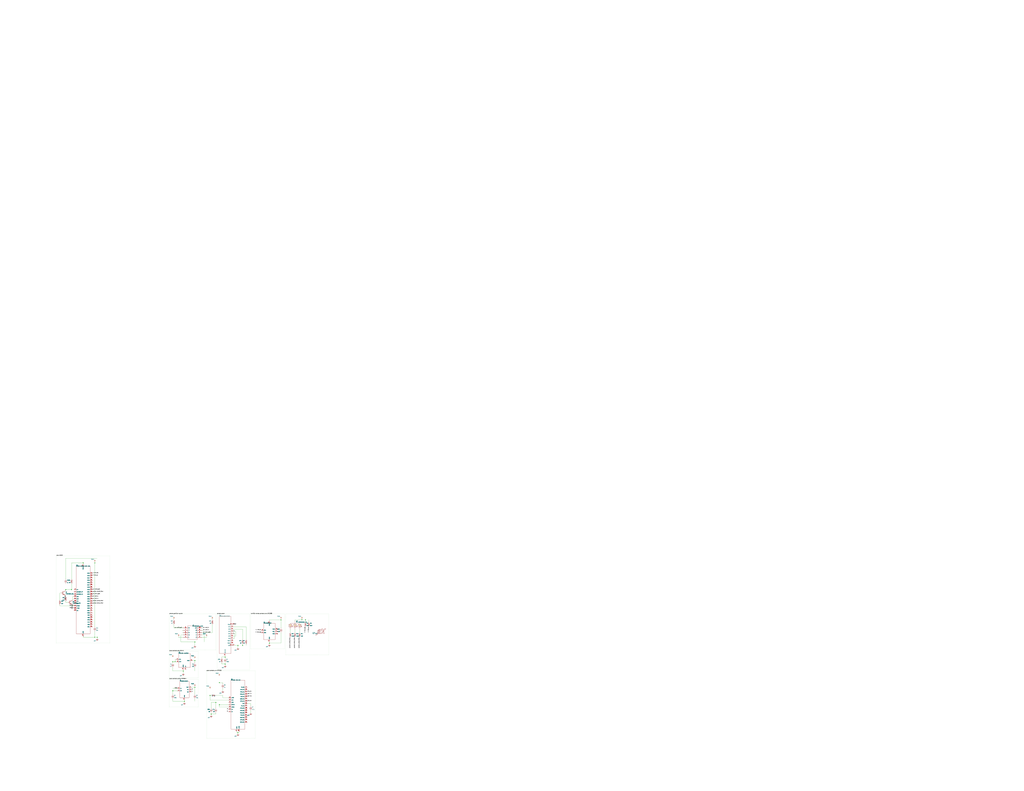
<source format=kicad_sch>
(kicad_sch (version 20230121) (generator jitx)
  (paper "E")
  (wire (pts (xy 200.025 695.96) (xy 198.755 695.96)) (stroke (width 0.127)))
  (wire (pts (xy 220.345 695.96) (xy 221.615 695.96)) (stroke (width 0.127)))
  (wire (pts (xy 200.025 693.42) (xy 198.755 693.42)) (stroke (width 0.127)))
  (wire (pts (xy 220.345 693.42) (xy 221.615 693.42)) (stroke (width 0.127)))
  (wire (pts (xy 200.025 690.88) (xy 198.755 690.88)) (stroke (width 0.127)))
  (wire (pts (xy 220.345 690.88) (xy 221.615 690.88)) (stroke (width 0.127)))
  (wire (pts (xy 200.025 688.34) (xy 198.755 688.34)) (stroke (width 0.127)))
  (wire (pts (xy 220.345 688.34) (xy 221.615 688.34)) (stroke (width 0.127)))
  (wire (pts (xy 200.025 685.8) (xy 198.755 685.8)) (stroke (width 0.127)))
  (wire (pts (xy 220.345 685.8) (xy 221.615 685.8)) (stroke (width 0.127)))
  (wire (pts (xy 197.485 701.04) (xy 222.885 701.04)) (stroke (width 0.127)))
  (wire (pts (xy 221.615 693.42) (xy 222.885 693.42)) (stroke (width 0.127)))
  (wire (pts (xy 197.485 693.42) (xy 198.755 693.42)) (stroke (width 0.127)))
  (wire (pts (xy 222.885 701.04) (xy 222.885 693.42)) (stroke (width 0.127)))
  (wire (pts (xy 212.725 704.85) (xy 212.725 701.04)) (stroke (width 0.127)))
  (wire (pts (xy 197.485 701.04) (xy 197.485 693.42)) (stroke (width 0.127)))
  (wire (pts (xy 189.865 685.8) (xy 198.755 685.8)) (stroke (width 0.127)))
  (wire (pts (xy 189.865 685.8) (xy 189.865 681.99)) (stroke (width 0.127)))
  (wire (pts (xy 231.775 676.91) (xy 231.775 675.64)) (stroke (width 0.127)))
  (wire (pts (xy 189.865 676.91) (xy 189.865 675.64)) (stroke (width 0.127)))
  (wire (pts (xy 221.615 695.96) (xy 225.425 695.96)) (stroke (width 0.127)))
  (wire (pts (xy 225.425 695.96) (xy 225.425 694.69)) (stroke (width 0.127)))
  (wire (pts (xy 194.945 695.96) (xy 198.755 695.96)) (stroke (width 0.127)))
  (wire (pts (xy 194.945 695.96) (xy 194.945 694.69)) (stroke (width 0.127)))
  (wire (pts (xy 221.615 690.88) (xy 231.775 690.88)) (stroke (width 0.127)))
  (wire (pts (xy 231.775 690.88) (xy 231.775 681.99)) (stroke (width 0.127)))
  (wire (pts (xy 188.595 732.79) (xy 212.725 732.79)) (stroke (width 0.127)))
  (wire (pts (xy 200.025 735.33) (xy 200.025 731.52)) (stroke (width 0.127)))
  (wire (pts (xy 188.595 732.79) (xy 188.595 728.98)) (stroke (width 0.127)))
  (wire (pts (xy 212.725 732.79) (xy 212.725 728.98)) (stroke (width 0.127)))
  (wire (pts (xy 210.185 721.36) (xy 212.725 721.36)) (stroke (width 0.127)))
  (wire (pts (xy 212.725 723.9) (xy 212.725 718.82)) (stroke (width 0.127)))
  (wire (pts (xy 191.135 720.09) (xy 192.405 720.09)) (stroke (width 0.127)))
  (wire (pts (xy 188.595 722.63) (xy 192.405 722.63)) (stroke (width 0.127)))
  (wire (pts (xy 191.135 722.63) (xy 191.135 720.09)) (stroke (width 0.127)))
  (wire (pts (xy 188.595 723.9) (xy 188.595 717.55)) (stroke (width 0.127)))
  (wire (pts (xy 188.595 765.81) (xy 212.725 765.81)) (stroke (width 0.127)))
  (wire (pts (xy 212.725 765.81) (xy 212.725 763.27)) (stroke (width 0.127)))
  (wire (pts (xy 188.595 765.81) (xy 188.595 763.27)) (stroke (width 0.127)))
  (wire (pts (xy 201.295 767.08) (xy 201.295 764.54)) (stroke (width 0.127)))
  (wire (pts (xy 208.915 750.57) (xy 212.725 750.57)) (stroke (width 0.127)))
  (wire (pts (xy 212.725 758.19) (xy 212.725 749.3)) (stroke (width 0.127)))
  (wire (pts (xy 188.595 751.84) (xy 193.675 751.84)) (stroke (width 0.127)))
  (wire (pts (xy 188.595 754.38) (xy 193.675 754.38)) (stroke (width 0.127)))
  (wire (pts (xy 188.595 758.19) (xy 188.595 751.84)) (stroke (width 0.127)))
  (wire (pts (xy 71.755 643.89) (xy 80.645 643.89)) (stroke (width 0.127)))
  (wire (pts (xy 71.755 645.16) (xy 71.755 637.54)) (stroke (width 0.127)))
  (wire (pts (xy 78.105 643.89) (xy 78.105 637.54)) (stroke (width 0.127)))
  (wire (pts (xy 71.755 651.51) (xy 71.755 650.24)) (stroke (width 0.127)))
  (wire (pts (xy 78.105 614.68) (xy 103.505 614.68)) (stroke (width 0.127)))
  (wire (pts (xy 103.505 684.53) (xy 103.505 613.41)) (stroke (width 0.127)))
  (wire (pts (xy 90.805 615.95) (xy 90.805 614.68)) (stroke (width 0.127)))
  (wire (pts (xy 78.105 632.46) (xy 78.105 614.68)) (stroke (width 0.127)))
  (wire (pts (xy 79.375 651.51) (xy 80.645 651.51)) (stroke (width 0.127)))
  (wire (pts (xy 79.375 655.32) (xy 79.375 651.51)) (stroke (width 0.127)))
  (wire (pts (xy 90.805 695.96) (xy 106.045 695.96)) (stroke (width 0.127)))
  (wire (pts (xy 71.755 609.6) (xy 106.045 609.6)) (stroke (width 0.127)))
  (wire (pts (xy 71.755 632.46) (xy 71.755 609.6)) (stroke (width 0.127)))
  (wire (pts (xy 106.045 697.23) (xy 106.045 609.6)) (stroke (width 0.127)))
  (wire (pts (xy 103.505 695.96) (xy 103.505 689.61)) (stroke (width 0.127)))
  (wire (pts (xy 90.805 695.96) (xy 90.805 694.69)) (stroke (width 0.127)))
  (wire (pts (xy 65.405 661.67) (xy 79.375 661.67)) (stroke (width 0.127)))
  (wire (pts (xy 79.375 661.67) (xy 79.375 660.4)) (stroke (width 0.127)))
  (wire (pts (xy 65.405 661.67) (xy 65.405 660.4)) (stroke (width 0.127)))
  (wire (pts (xy 71.755 657.86) (xy 74.295 657.86)) (stroke (width 0.127)))
  (wire (pts (xy 71.755 657.86) (xy 71.755 656.59)) (stroke (width 0.127)))
  (wire (pts (xy 65.405 647.7) (xy 66.675 647.7)) (stroke (width 0.127)))
  (wire (pts (xy 65.405 655.32) (xy 65.405 647.7)) (stroke (width 0.127)))
  (wire (pts (xy 230.505 779.78) (xy 235.585 779.78)) (stroke (width 0.127)))
  (wire (pts (xy 235.585 779.78) (xy 235.585 778.51)) (stroke (width 0.127)))
  (wire (pts (xy 230.505 781.05) (xy 230.505 778.51)) (stroke (width 0.127)))
  (wire (pts (xy 273.685 778.51) (xy 273.685 775.97)) (stroke (width 0.127)))
  (wire (pts (xy 243.205 754.38) (xy 243.205 751.84)) (stroke (width 0.127)))
  (wire (pts (xy 258.445 800.1) (xy 260.985 800.1)) (stroke (width 0.127)))
  (wire (pts (xy 260.985 800.1) (xy 260.985 798.83)) (stroke (width 0.127)))
  (wire (pts (xy 259.715 801.37) (xy 259.715 800.1)) (stroke (width 0.127)))
  (wire (pts (xy 258.445 800.1) (xy 258.445 798.83)) (stroke (width 0.127)))
  (wire (pts (xy 229.235 759.46) (xy 230.505 759.46)) (stroke (width 0.127)))
  (wire (pts (xy 229.235 764.54) (xy 249.555 764.54)) (stroke (width 0.127)))
  (wire (pts (xy 229.235 764.54) (xy 229.235 751.84)) (stroke (width 0.127)))
  (wire (pts (xy 239.395 745.49) (xy 243.205 745.49)) (stroke (width 0.127)))
  (wire (pts (xy 239.395 769.62) (xy 249.555 769.62)) (stroke (width 0.127)))
  (wire (pts (xy 239.395 772.16) (xy 249.555 772.16)) (stroke (width 0.127)))
  (wire (pts (xy 243.205 746.76) (xy 243.205 745.49)) (stroke (width 0.127)))
  (wire (pts (xy 239.395 772.16) (xy 239.395 737.87)) (stroke (width 0.127)))
  (wire (pts (xy 230.505 767.08) (xy 249.555 767.08)) (stroke (width 0.127)))
  (wire (pts (xy 235.585 773.43) (xy 235.585 767.08)) (stroke (width 0.127)))
  (wire (pts (xy 230.505 773.43) (xy 230.505 767.08)) (stroke (width 0.127)))
  (wire (pts (xy 269.875 768.35) (xy 273.685 768.35)) (stroke (width 0.127)))
  (wire (pts (xy 273.685 770.89) (xy 273.685 768.35)) (stroke (width 0.127)))
  (wire (pts (xy 235.585 759.46) (xy 243.205 759.46)) (stroke (width 0.127)))
  (wire (pts (xy 243.205 762.0) (xy 249.555 762.0)) (stroke (width 0.127)))
  (wire (pts (xy 243.205 762.0) (xy 243.205 759.46)) (stroke (width 0.127)))
  (wire (pts (xy 254.635 704.85) (xy 268.605 704.85)) (stroke (width 0.127)))
  (wire (pts (xy 264.795 704.85) (xy 264.795 703.58)) (stroke (width 0.127)))
  (wire (pts (xy 259.715 707.39) (xy 259.715 704.85)) (stroke (width 0.127)))
  (wire (pts (xy 268.605 704.85) (xy 268.605 703.58)) (stroke (width 0.127)))
  (wire (pts (xy 241.935 725.17) (xy 245.745 725.17)) (stroke (width 0.127)))
  (wire (pts (xy 245.745 726.44) (xy 245.745 723.9)) (stroke (width 0.127)))
  (wire (pts (xy 241.935 725.17) (xy 241.935 723.9)) (stroke (width 0.127)))
  (wire (pts (xy 254.635 692.15) (xy 255.905 692.15)) (stroke (width 0.127)))
  (wire (pts (xy 254.635 697.23) (xy 255.905 697.23)) (stroke (width 0.127)))
  (wire (pts (xy 255.905 697.23) (xy 255.905 692.15)) (stroke (width 0.127)))
  (wire (pts (xy 254.635 687.07) (xy 264.795 687.07)) (stroke (width 0.127)))
  (wire (pts (xy 264.795 698.5) (xy 264.795 687.07)) (stroke (width 0.127)))
  (wire (pts (xy 254.635 684.53) (xy 268.605 684.53)) (stroke (width 0.127)))
  (wire (pts (xy 268.605 698.5) (xy 268.605 684.53)) (stroke (width 0.127)))
  (wire (pts (xy 241.935 717.55) (xy 245.745 717.55)) (stroke (width 0.127)))
  (wire (pts (xy 245.745 718.82) (xy 245.745 716.28)) (stroke (width 0.127)))
  (wire (pts (xy 241.935 718.82) (xy 241.935 717.55)) (stroke (width 0.127)))
  (wire (pts (xy 254.635 689.61) (xy 257.175 689.61)) (stroke (width 0.127)))
  (wire (pts (xy 254.635 694.69) (xy 257.175 694.69)) (stroke (width 0.127)))
  (wire (pts (xy 257.175 694.69) (xy 257.175 689.61)) (stroke (width 0.127)))
  (wire (pts (xy 294.005 702.31) (xy 306.705 702.31)) (stroke (width 0.127)))
  (wire (pts (xy 294.005 703.58) (xy 294.005 701.04)) (stroke (width 0.127)))
  (wire (pts (xy 306.705 702.31) (xy 306.705 690.88)) (stroke (width 0.127)))
  (wire (pts (xy 294.005 676.91) (xy 306.705 676.91)) (stroke (width 0.127)))
  (wire (pts (xy 294.005 678.18) (xy 294.005 676.91)) (stroke (width 0.127)))
  (wire (pts (xy 306.705 685.8) (xy 306.705 675.64)) (stroke (width 0.127)))
  (wire (pts (xy 316.865 690.88) (xy 316.865 687.07)) (stroke (width 0.127)))
  (wire (pts (xy 327.025 690.88) (xy 327.025 687.07)) (stroke (width 0.127)))
  (wire (pts (xy 321.945 676.91) (xy 337.185 676.91)) (stroke (width 0.127)))
  (wire (pts (xy 321.945 678.18) (xy 321.945 676.91)) (stroke (width 0.127)))
  (wire (pts (xy 337.185 679.45) (xy 337.185 676.91)) (stroke (width 0.127)))
  (wire (pts (xy 333.375 679.45) (xy 333.375 676.91)) (stroke (width 0.127)))
  (wire (pts (xy 329.565 676.91) (xy 329.565 675.64)) (stroke (width 0.127)))
  (wire (pts (xy 321.945 690.88) (xy 321.945 687.07)) (stroke (width 0.127)))
  (wire (pts (xy 184.785 670.56) (xy 235.585 670.56)) (stroke (width 0.127) (type dot)))
  (wire (pts (xy 184.785 709.93) (xy 235.585 709.93)) (stroke (width 0.127) (type dot)))
  (wire (pts (xy 184.785 709.93) (xy 184.785 670.56)) (stroke (width 0.127) (type dot)))
  (wire (pts (xy 235.585 709.93) (xy 235.585 670.56)) (stroke (width 0.127) (type dot)))
  (wire (pts (xy 184.785 711.2) (xy 216.535 711.2)) (stroke (width 0.127) (type dot)))
  (wire (pts (xy 184.785 740.41) (xy 216.535 740.41)) (stroke (width 0.127) (type dot)))
  (wire (pts (xy 184.785 740.41) (xy 184.785 711.2)) (stroke (width 0.127) (type dot)))
  (wire (pts (xy 216.535 740.41) (xy 216.535 711.2)) (stroke (width 0.127) (type dot)))
  (wire (pts (xy 184.785 741.68) (xy 216.535 741.68)) (stroke (width 0.127) (type dot)))
  (wire (pts (xy 184.785 772.16) (xy 216.535 772.16)) (stroke (width 0.127) (type dot)))
  (wire (pts (xy 184.785 772.16) (xy 184.785 741.68)) (stroke (width 0.127) (type dot)))
  (wire (pts (xy 216.535 772.16) (xy 216.535 741.68)) (stroke (width 0.127) (type dot)))
  (wire (pts (xy 61.595 607.06) (xy 120.015 607.06)) (stroke (width 0.127) (type dot)))
  (wire (pts (xy 61.595 702.31) (xy 120.015 702.31)) (stroke (width 0.127) (type dot)))
  (wire (pts (xy 61.595 702.31) (xy 61.595 607.06)) (stroke (width 0.127) (type dot)))
  (wire (pts (xy 120.015 702.31) (xy 120.015 607.06)) (stroke (width 0.127) (type dot)))
  (wire (pts (xy 225.425 732.79) (xy 278.765 732.79)) (stroke (width 0.127) (type dot)))
  (wire (pts (xy 225.425 806.45) (xy 278.765 806.45)) (stroke (width 0.127) (type dot)))
  (wire (pts (xy 225.425 806.45) (xy 225.425 732.79)) (stroke (width 0.127) (type dot)))
  (wire (pts (xy 278.765 806.45) (xy 278.765 732.79)) (stroke (width 0.127) (type dot)))
  (wire (pts (xy 236.855 670.56) (xy 272.415 670.56)) (stroke (width 0.127) (type dot)))
  (wire (pts (xy 236.855 731.52) (xy 272.415 731.52)) (stroke (width 0.127) (type dot)))
  (wire (pts (xy 236.855 731.52) (xy 236.855 670.56)) (stroke (width 0.127) (type dot)))
  (wire (pts (xy 272.415 731.52) (xy 272.415 670.56)) (stroke (width 0.127) (type dot)))
  (wire (pts (xy 273.685 670.56) (xy 310.515 670.56)) (stroke (width 0.127) (type dot)))
  (wire (pts (xy 273.685 708.66) (xy 310.515 708.66)) (stroke (width 0.127) (type dot)))
  (wire (pts (xy 273.685 708.66) (xy 273.685 670.56)) (stroke (width 0.127) (type dot)))
  (wire (pts (xy 310.515 708.66) (xy 310.515 670.56)) (stroke (width 0.127) (type dot)))
  (wire (pts (xy 311.785 670.56) (xy 358.775 670.56)) (stroke (width 0.127) (type dot)))
  (wire (pts (xy 311.785 715.01) (xy 358.775 715.01)) (stroke (width 0.127) (type dot)))
  (wire (pts (xy 311.785 715.01) (xy 311.785 670.56)) (stroke (width 0.127) (type dot)))
  (wire (pts (xy 358.775 715.01) (xy 358.775 670.56)) (stroke (width 0.127) (type dot)))
  (junction (at 212.725 701.04) (diameter 0.762))
  (junction (at 200.025 732.79) (diameter 0.762))
  (junction (at 212.725 721.36) (diameter 0.762))
  (junction (at 191.135 722.63) (diameter 0.762))
  (junction (at 188.595 722.63) (diameter 0.762))
  (junction (at 201.295 765.81) (diameter 0.762))
  (junction (at 212.725 750.57) (diameter 0.762))
  (junction (at 188.595 754.38) (diameter 0.762))
  (junction (at 71.755 643.89) (diameter 0.762))
  (junction (at 78.105 643.89) (diameter 0.762))
  (junction (at 103.505 614.68) (diameter 0.762))
  (junction (at 90.805 614.68) (diameter 0.762))
  (junction (at 106.045 695.96) (diameter 0.762))
  (junction (at 103.505 695.96) (diameter 0.762))
  (junction (at 230.505 779.78) (diameter 0.762))
  (junction (at 259.715 800.1) (diameter 0.762))
  (junction (at 229.235 759.46) (diameter 0.762))
  (junction (at 239.395 745.49) (diameter 0.762))
  (junction (at 239.395 769.62) (diameter 0.762))
  (junction (at 235.585 767.08) (diameter 0.762))
  (junction (at 264.795 704.85) (diameter 0.762))
  (junction (at 259.715 704.85) (diameter 0.762))
  (junction (at 245.745 725.17) (diameter 0.762))
  (junction (at 245.745 717.55) (diameter 0.762))
  (junction (at 294.005 702.31) (diameter 0.762))
  (junction (at 306.705 676.91) (diameter 0.762))
  (junction (at 333.375 676.91) (diameter 0.762))
  (junction (at 329.565 676.91) (diameter 0.762))
  (label "pc-ctrl0_gpio" (at 198.755 685.8 180) (effects (font (size 0.762 0.762))))
  (label "pc-uart_tx" (at 221.615 685.8 0) (effects (font (size 0.762 0.762))))
  (label "pc-uart_rx" (at 221.615 688.34 0) (effects (font (size 0.762 0.762))))
  (label "pc-ctrl1_gpio" (at 221.615 690.88 0) (effects (font (size 0.762 0.762))))
  (label "D-" (at 208.915 755.65 0) (effects (font (size 0.762 0.762))))
  (label "VBUS" (at 193.675 751.84 180) (effects (font (size 0.762 0.762))))
  (label "D+" (at 208.915 753.11 0) (effects (font (size 0.762 0.762))))
  (label "control-pins1_timer" (at 100.965 659.13 0) (effects (font (size 0.762 0.762))))
  (label "H-I2C_sda" (at 100.965 626.11 0) (effects (font (size 0.762 0.762))))
  (label "control-pins2_timer" (at 100.965 656.59 0) (effects (font (size 0.762 0.762))))
  (label "DTR_ECI" (at 79.375 660.4 270) (effects (font (size 0.762 0.762))))
  (label "H-I2C_scl" (at 100.965 628.65 0) (effects (font (size 0.762 0.762))))
  (label "ESP-TX" (at 80.645 664.21 180) (effects (font (size 0.762 0.762))))
  (label "pc-ctrl0_gpio" (at 100.965 643.89 0) (effects (font (size 0.762 0.762))))
  (label "ESP-RX" (at 80.645 661.67 180) (effects (font (size 0.762 0.762))))
  (label "pc-ctrl1_gpio" (at 100.965 648.97 0) (effects (font (size 0.762 0.762))))
  (label "control-pins0_timer" (at 100.965 646.43 0) (effects (font (size 0.762 0.762))))
  (label "pc-uart_tx" (at 100.965 651.51 0) (effects (font (size 0.762 0.762))))
  (label "RTS_ECI" (at 71.755 650.24 270) (effects (font (size 0.762 0.762))))
  (label "pc-uart_rx" (at 100.965 654.05 0) (effects (font (size 0.762 0.762))))
  (label "ESP-RX" (at 269.875 760.73 0) (effects (font (size 0.762 0.762))))
  (label "D+" (at 249.555 774.7 180) (effects (font (size 0.762 0.762))))
  (label "D-" (at 249.555 777.24 180) (effects (font (size 0.762 0.762))))
  (label "RTS_ECI" (at 269.875 755.65 0) (effects (font (size 0.762 0.762))))
  (label "DTR_ECI" (at 269.875 765.81 0) (effects (font (size 0.762 0.762))))
  (label "ESP-TX" (at 269.875 758.19 0) (effects (font (size 0.762 0.762))))
  (label "D-" (at 254.635 692.15 0) (effects (font (size 0.762 0.762))))
  (label "VBUS" (at 254.635 681.99 0) (effects (font (size 0.762 0.762))))
  (label "D+" (at 254.635 689.61 0) (effects (font (size 0.762 0.762))))
  (label "H-I2C_sda" (at 285.115 690.88 180) (effects (font (size 0.762 0.762))))
  (label "H-I2C_scl" (at 285.115 688.34 180) (effects (font (size 0.762 0.762))))
  (label "control-pins2_timer" (at 327.025 695.96 270) (effects (font (size 0.762 0.762))))
  (label "control-pins1_timer" (at 321.945 695.96 270) (effects (font (size 0.762 0.762))))
  (label "control-pins0_timer" (at 316.865 695.96 270) (effects (font (size 0.762 0.762))))
  (label "H-I2C_sda" (at 333.375 684.53 270) (effects (font (size 0.762 0.762))))
  (label "H-I2C_scl" (at 337.185 684.53 270) (effects (font (size 0.762 0.762))))
  (label "sensors_particle-counter" (at 184.785 670.56 0) (effects (font (size 0.762 0.762))))
  (label "power_sensors_ldo_AP2112" (at 184.785 711.2 0) (effects (font (size 0.762 0.762))))
  (label "power_sensors_clamp_TPD3S0x4" (at 184.785 741.68 0) (effects (font (size 0.762 0.762))))
  (label "proc_ESP32" (at 61.595 607.06 0) (effects (font (size 0.762 0.762))))
  (label "power_sensors_xcvr_CP2105" (at 225.425 732.79 0) (effects (font (size 0.762 0.762))))
  (label "sensors_power" (at 236.855 670.56 0) (effects (font (size 0.762 0.762))))
  (label "humidity-sensor_sensors_hum_HDC1080" (at 273.685 670.56 0) (effects (font (size 0.762 0.762))))
  (symbol (lib_id "JITX") (at 343.535 694.69 0.0) (unit 1)
    (property "Reference" "JITX1" (at 340.995 690.788 0.0) (effects (font (size 0.762 0.762)) (justify left)))
    (property "Value" "non-BOM" (at 340.995 691.85 0.0) (effects (font (size 0.762 0.762)) (justify left)))
    (property "Footprint" "ble-mote:JITX_SM_LP" (effects hide))
    (property "Name" "logo" (effects hide))
    (property "Description" "JITX Logo" (effects hide))
    (property "Manufacturer" "non-BOM" (effects hide))
    (property "MPN" "non-BOM" (effects hide))
    (property "Reference-prefix" "JITX" (effects hide))
  )
  (symbol (lib_id "my_resistor_7") (at 327.025 693.42 0.0) (unit 1)
    (property "Reference" "R14" (at 328.295 692.15 0.0) (effects (font (size 0.762 0.762)) (justify left)))
    (property "Value" "43R" (at 328.295 694.69 0.0) (effects (font (size 0.762 0.762)) (justify left)))
    (property "Footprint" "ble-mote:Pkg0402_4" (effects hide))
    (property "Datasheet" "https://www.seielect.com/catalog/sei-rmcf_rmcp.pdf" (effects hide))
    (property "Name" "rgb_rid" (effects hide))
    (property "Description" "RES 43 OHM 1% 1/16W 0402" (effects hide))
    (property "Manufacturer" "Stackpole Electronics Inc" (effects hide))
    (property "MPN" "RMCF0402FT43R0" (effects hide))
    (property "Reference-prefix" "R" (effects hide))
  )
  (symbol (lib_id "my_resistor_5") (at 321.945 693.42 0.0) (unit 1)
    (property "Reference" "R13" (at 323.215 692.15 0.0) (effects (font (size 0.762 0.762)) (justify left)))
    (property "Value" "150R" (at 323.215 694.69 0.0) (effects (font (size 0.762 0.762)) (justify left)))
    (property "Footprint" "ble-mote:Pkg0402_4" (effects hide))
    (property "Datasheet" "https://www.yageo.com/upload/media/product/productsearch/datasheet/rchip/PYu-RC_Group_51_RoHS_L_11.pdf" (effects hide))
    (property "Name" "rgb_rid" (effects hide))
    (property "Description" "RES SMD 150 OHM 5% 1/16W 0402" (effects hide))
    (property "Manufacturer" "YAGEO" (effects hide))
    (property "MPN" "RC0402JR-07150RL" (effects hide))
    (property "Reference-prefix" "R" (effects hide))
  )
  (symbol (lib_id "my_resistor_2") (at 316.865 693.42 0.0) (unit 1)
    (property "Reference" "R12" (at 318.135 692.15 0.0) (effects (font (size 0.762 0.762)) (justify left)))
    (property "Value" "150R" (at 318.135 694.69 0.0) (effects (font (size 0.762 0.762)) (justify left)))
    (property "Footprint" "ble-mote:Pkg0402_4" (effects hide))
    (property "Datasheet" "https://www.yageo.com/upload/media/product/productsearch/datasheet/rchip/PYu-RC_Group_51_RoHS_L_11.pdf" (effects hide))
    (property "Name" "rgb_rid" (effects hide))
    (property "Description" "RES SMD 150 OHM 5% 1/16W 0402" (effects hide))
    (property "Manufacturer" "YAGEO" (effects hide))
    (property "MPN" "RC0402JR-07150RL" (effects hide))
    (property "Reference-prefix" "R" (effects hide))
  )
  (symbol (lib_id "component_4") (at 321.945 683.26 0.0) (unit 1)
    (property "Reference" "U6" (at 323.215 678.18 0.0) (effects (font (size 0.762 0.762)) (justify left)))
    (property "Value" "FM-B2020RGBA-HG" (at 323.215 679.45 0.0) (effects (font (size 0.762 0.762)) (justify left)))
    (property "Footprint" "ble-mote:RGB_2020" (effects hide))
    (property "Name" "rgb_led" (effects hide))
    (property "Description" "2020 RGB LED" (effects hide))
    (property "Manufacturer" "Foshan NationStar Optoelectronics" (effects hide))
    (property "MPN" "FM-B2020RGBA-HG" (effects hide))
  )
  (symbol (lib_id "my_capacitor_7") (at 71.755 635.0 0.0) (unit 1)
    (property "Reference" "C12" (at 73.025 633.73 0.0) (effects (font (size 0.762 0.762)) (justify left)))
    (property "Value" "1u" (at 73.025 636.27 0.0) (effects (font (size 0.762 0.762)) (justify left)))
    (property "Footprint" "ble-mote:Pkg0402_3" (effects hide))
    (property "Datasheet" "https://ds.yuden.co.jp/TYCOMPAS/ut/detail?pn=GMK105ABJ105KV-F &u=M" (effects hide))
    (property "Name" "proc_en-c" (effects hide))
    (property "Manufacturer" "Taiyo Yuden" (effects hide))
    (property "MPN" "GMK105ABJ105KV-F" (effects hide))
    (property "Reference-prefix" "C" (effects hide))
  )
  (symbol (lib_id "my_resistor_6") (at 78.105 635.0 180.0) (unit 1)
    (property "Reference" "R9" (at 76.835 636.27 0.0) (effects (font (size 0.762 0.762)) (justify left)))
    (property "Value" "10K" (at 76.835 633.73 0.0) (effects (font (size 0.762 0.762)) (justify left)))
    (property "Footprint" "ble-mote:Pkg0402_4" (effects hide))
    (property "Datasheet" "https://www.yageo.com/upload/media/product/productsearch/datasheet/rchip/PYu-RC_Group_51_RoHS_L_11.pdf" (effects hide))
    (property "Name" "proc_en-r" (effects hide))
    (property "Description" "RES SMD 10K OHM 5% 1/16W 0402" (effects hide))
    (property "Manufacturer" "YAGEO" (effects hide))
    (property "MPN" "RC0402JR-0710KL" (effects hide))
    (property "Reference-prefix" "R" (effects hide))
  )
  (symbol (lib_id "my_capacitor_3") (at 103.505 687.07 0.0) (unit 1)
    (property "Reference" "C11" (at 104.775 685.8 0.0) (effects (font (size 0.762 0.762)) (justify left)))
    (property "Value" "10u" (at 104.775 688.34 0.0) (effects (font (size 0.762 0.762)) (justify left)))
    (property "Footprint" "ble-mote:Pkg0603" (effects hide))
    (property "Datasheet" "https://product.tdk.com/info/en/catalog/datasheets/mlcc_commercial_general_en.pdf?ref_disty=digikey" (effects hide))
    (property "Name" "proc_cap" (effects hide))
    (property "Manufacturer" "TDK Corporation" (effects hide))
    (property "MPN" "C1608X5R1C106M080AB" (effects hide))
    (property "Reference-prefix" "C" (effects hide))
  )
  (symbol (lib_id "ESP32_Module") (at 90.805 655.32 0.0) (unit 1)
    (property "Reference" "U5" (at 83.185 617.128 0.0) (effects (font (size 0.762 0.762)) (justify left)))
    (property "Value" "ESP32-WROOM-32E-N16" (at 83.185 618.19 0.0) (effects (font (size 0.762 0.762)) (justify left)))
    (property "Footprint" "ble-mote:ESP32_WROOM" (effects hide))
    (property "Name" "proc_esp32" (effects hide))
    (property "Manufacturer" "Espressif" (effects hide))
    (property "MPN" "ESP32-WROOM-32E-N16" (effects hide))
    (property "Reference-prefix" "U" (effects hide))
  )
  (symbol (lib_id "my_resistor_9") (at 337.185 681.99 0.0) (unit 1)
    (property "Reference" "R6" (at 338.455 680.72 0.0) (effects (font (size 0.762 0.762)) (justify left)))
    (property "Value" "8K2" (at 338.455 683.26 0.0) (effects (font (size 0.762 0.762)) (justify left)))
    (property "Footprint" "ble-mote:Pkg0402" (effects hide))
    (property "Datasheet" "https://www.yageo.com/upload/media/product/productsearch/datasheet/rchip/PYu-AC_51_RoHS_L_7.pdf" (effects hide))
    (property "Name" "sensors_rs_r1" (effects hide))
    (property "Description" "RES SMD 8.2K OHM 1% 1/16W 0402" (effects hide))
    (property "Manufacturer" "YAGEO" (effects hide))
    (property "MPN" "AC0402FR-078K2L" (effects hide))
    (property "Reference-prefix" "R" (effects hide))
  )
  (symbol (lib_id "my_resistor_9") (at 333.375 681.99 0.0) (unit 1)
    (property "Reference" "R5" (at 334.645 680.72 0.0) (effects (font (size 0.762 0.762)) (justify left)))
    (property "Value" "8K2" (at 334.645 683.26 0.0) (effects (font (size 0.762 0.762)) (justify left)))
    (property "Footprint" "ble-mote:Pkg0402" (effects hide))
    (property "Datasheet" "https://www.yageo.com/upload/media/product/productsearch/datasheet/rchip/PYu-AC_51_RoHS_L_7.pdf" (effects hide))
    (property "Name" "sensors_rs_r0" (effects hide))
    (property "Description" "RES SMD 8.2K OHM 1% 1/16W 0402" (effects hide))
    (property "Manufacturer" "YAGEO" (effects hide))
    (property "MPN" "AC0402FR-078K2L" (effects hide))
    (property "Reference-prefix" "R" (effects hide))
  )
  (symbol (lib_id "component_3") (at 294.005 689.61 0.0) (unit 1)
    (property "Reference" "U4" (at 287.655 679.358 0.0) (effects (font (size 0.762 0.762)) (justify left)))
    (property "Value" "HDC1080DMBR" (at 287.655 680.42 0.0) (effects (font (size 0.762 0.762)) (justify left)))
    (property "Footprint" "ble-mote:SON100P300X300X80_7N" (effects hide))
    (property "Name" "sensors_hum_sensor" (effects hide))
    (property "Description" "I2C humidity sensor" (effects hide))
    (property "Manufacturer" "Texas Instruments" (effects hide))
    (property "MPN" "HDC1080DMBR" (effects hide))
  )
  (symbol (lib_id "my_resistor_11") (at 233.045 759.46 90.0) (unit 1)
    (property "Reference" "R4" (at 234.315 760.73 0.0) (effects (font (size 0.762 0.762)) (justify left)))
    (property "Value" "4K7" (at 231.775 760.73 0.0) (effects (font (size 0.762 0.762)) (justify left)))
    (property "Footprint" "ble-mote:Pkg0402_4" (effects hide))
    (property "Datasheet" "https://www.yageo.com/upload/media/product/productsearch/datasheet/rchip/PYu-RC_Group_51_RoHS_L_11.pdf" (effects hide))
    (property "Name" "sensors_xcvr_rid" (effects hide))
    (property "Description" "RES SMD 4.7K OHM 5% 1/16W 0402" (effects hide))
    (property "Manufacturer" "YAGEO" (effects hide))
    (property "MPN" "RC0402JR-074K7L" (effects hide))
    (property "Reference-prefix" "R" (effects hide))
  )
  (symbol (lib_id "my_capacitor_8") (at 230.505 775.97 180.0) (unit 1)
    (property "Reference" "C8" (at 229.235 777.24 0.0) (effects (font (size 0.762 0.762)) (justify left)))
    (property "Value" "100n" (at 229.235 774.7 0.0) (effects (font (size 0.762 0.762)) (justify left)))
    (property "Footprint" "ble-mote:Pkg0402_2" (effects hide))
    (property "Datasheet" "https://product.tdk.com/info/en/catalog/datasheets/mlcc_commercial_general_en.pdf?ref_disty=digikey" (effects hide))
    (property "Name" "sensors_xcvr_cap" (effects hide))
    (property "Manufacturer" "TDK Corporation" (effects hide))
    (property "MPN" "C1005X7R1E104K050BB" (effects hide))
    (property "Reference-prefix" "C" (effects hide))
  )
  (symbol (lib_id "my_capacitor_6") (at 235.585 775.97 180.0) (unit 1)
    (property "Reference" "C9" (at 234.315 777.24 0.0) (effects (font (size 0.762 0.762)) (justify left)))
    (property "Value" "4.7u" (at 234.315 774.7 0.0) (effects (font (size 0.762 0.762)) (justify left)))
    (property "Footprint" "ble-mote:Pkg0402_1" (effects hide))
    (property "Datasheet" "https://datasheets.avx.com/cx5r.pdf" (effects hide))
    (property "Name" "sensors_xcvr_cap" (effects hide))
    (property "Manufacturer" "AVX Corporation" (effects hide))
    (property "MPN" "0402YD475MAT2A" (effects hide))
    (property "Reference-prefix" "C" (effects hide))
  )
  (symbol (lib_id "my_capacitor_10") (at 273.685 773.43 0.0) (unit 1)
    (property "Reference" "C7" (at 274.955 772.16 0.0) (effects (font (size 0.762 0.762)) (justify left)))
    (property "Value" "4.7u" (at 274.955 774.7 0.0) (effects (font (size 0.762 0.762)) (justify left)))
    (property "Footprint" "ble-mote:Pkg0402_1" (effects hide))
    (property "Datasheet" "https://datasheets.avx.com/cx5r.pdf" (effects hide))
    (property "Name" "sensors_xcvr_cap" (effects hide))
    (property "Manufacturer" "AVX Corporation" (effects hide))
    (property "MPN" "0402YD475MAT2A" (effects hide))
    (property "Reference-prefix" "C" (effects hide))
  )
  (symbol (lib_id "my_capacitor_5") (at 243.205 749.3 0.0) (unit 1)
    (property "Reference" "C6" (at 244.475 748.03 0.0) (effects (font (size 0.762 0.762)) (justify left)))
    (property "Value" "1u" (at 244.475 750.57 0.0) (effects (font (size 0.762 0.762)) (justify left)))
    (property "Footprint" "ble-mote:Pkg0402_3" (effects hide))
    (property "Datasheet" "https://ds.yuden.co.jp/TYCOMPAS/ut/detail?pn=GMK105ABJ105KV-F &u=M" (effects hide))
    (property "Name" "sensors_xcvr_cap" (effects hide))
    (property "Manufacturer" "Taiyo Yuden" (effects hide))
    (property "MPN" "GMK105ABJ105KV-F" (effects hide))
    (property "Reference-prefix" "C" (effects hide))
  )
  (symbol (lib_id "my_capacitor_2") (at 212.725 726.44 180.0) (unit 1)
    (property "Reference" "C5" (at 211.455 727.71 0.0) (effects (font (size 0.762 0.762)) (justify left)))
    (property "Value" "1u" (at 211.455 725.17 0.0) (effects (font (size 0.762 0.762)) (justify left)))
    (property "Footprint" "ble-mote:Pkg0402_3" (effects hide))
    (property "Datasheet" "https://ds.yuden.co.jp/TYCOMPAS/ut/detail?pn=GMK105ABJ105KV-F &u=M" (effects hide))
    (property "Name" "sensors_ldo_cap" (effects hide))
    (property "Manufacturer" "Taiyo Yuden" (effects hide))
    (property "MPN" "GMK105ABJ105KV-F" (effects hide))
    (property "Reference-prefix" "C" (effects hide))
  )
  (symbol (lib_id "my_capacitor_11") (at 188.595 726.44 180.0) (unit 1)
    (property "Reference" "C4" (at 187.325 727.71 0.0) (effects (font (size 0.762 0.762)) (justify left)))
    (property "Value" "1u" (at 187.325 725.17 0.0) (effects (font (size 0.762 0.762)) (justify left)))
    (property "Footprint" "ble-mote:Pkg0402_3" (effects hide))
    (property "Datasheet" "https://ds.yuden.co.jp/TYCOMPAS/ut/detail?pn=GMK105ABJ105KV-F &u=M" (effects hide))
    (property "Name" "sensors_ldo_cap" (effects hide))
    (property "Manufacturer" "Taiyo Yuden" (effects hide))
    (property "MPN" "GMK105ABJ105KV-F" (effects hide))
    (property "Reference-prefix" "C" (effects hide))
  )
  (symbol (lib_id "AP2112") (at 201.295 721.36 0.0) (unit 1)
    (property "Reference" "U2" (at 194.945 712.378 0.0) (effects (font (size 0.762 0.762)) (justify left)))
    (property "Value" "AP2112K-3.3TRG1" (at 194.945 713.44 0.0) (effects (font (size 0.762 0.762)) (justify left)))
    (property "Footprint" "ble-mote:SOT95P280X145_5N" (effects hide))
    (property "Name" "sensors_ldo_ps" (effects hide))
    (property "Description" "600-mA, Low-Dropout Regulator" (effects hide))
    (property "Manufacturer" "Diodes Incorporated" (effects hide))
    (property "MPN" "AP2112K-3.3TRG1" (effects hide))
  )
  (symbol (lib_id "my_capacitor_4") (at 212.725 760.73 0.0) (unit 1)
    (property "Reference" "C3" (at 213.995 759.46 0.0) (effects (font (size 0.762 0.762)) (justify left)))
    (property "Value" "10u" (at 213.995 762.0 0.0) (effects (font (size 0.762 0.762)) (justify left)))
    (property "Footprint" "ble-mote:Pkg0603" (effects hide))
    (property "Datasheet" "https://product.tdk.com/info/en/catalog/datasheets/mlcc_commercial_general_en.pdf?ref_disty=digikey" (effects hide))
    (property "Name" "sensors_clamp_cap" (effects hide))
    (property "Manufacturer" "TDK Corporation" (effects hide))
    (property "MPN" "C1608X5R1C106M080AB" (effects hide))
    (property "Reference-prefix" "C" (effects hide))
  )
  (symbol (lib_id "my_capacitor") (at 188.595 760.73 0.0) (unit 1)
    (property "Reference" "C2" (at 189.865 759.46 0.0) (effects (font (size 0.762 0.762)) (justify left)))
    (property "Value" "100n" (at 189.865 762.0 0.0) (effects (font (size 0.762 0.762)) (justify left)))
    (property "Footprint" "ble-mote:Pkg0402_2" (effects hide))
    (property "Datasheet" "https://product.tdk.com/info/en/catalog/datasheets/mlcc_commercial_general_en.pdf?ref_disty=digikey" (effects hide))
    (property "Name" "sensors_clamp_cap" (effects hide))
    (property "Manufacturer" "TDK Corporation" (effects hide))
    (property "MPN" "C1005X7R1E104K050BB" (effects hide))
    (property "Reference-prefix" "C" (effects hide))
  )
  (symbol (lib_id "component") (at 201.295 753.11 0.0) (unit 1)
    (property "Reference" "U1" (at 196.215 742.858 0.0) (effects (font (size 0.762 0.762)) (justify left)))
    (property "Value" "TPD3S014DBVR" (at 196.215 743.92 0.0) (effects (font (size 0.762 0.762)) (justify left)))
    (property "Footprint" "ble-mote:SOT95P280X145_6N" (effects hide))
    (property "Name" "sensors_clamp_tpd" (effects hide))
    (property "Description" "USB power and data protection" (effects hide))
    (property "Manufacturer" "Texas Instruments" (effects hide))
    (property "MPN" "TPD3S014DBVR" (effects hide))
  )
  (symbol (lib_id "USB_C") (at 245.745 693.42 0.0) (unit 1)
    (property "Reference" "J1" (at 239.395 671.738 0.0) (effects (font (size 0.762 0.762)) (justify left)))
    (property "Value" "TYPE-C-31-M-12" (at 239.395 672.8 0.0) (effects (font (size 0.762 0.762)) (justify left)))
    (property "Footprint" "ble-mote:LP_TYPE_C_31_M_12" (effects hide))
    (property "Name" "sensors_usb_con_conn" (effects hide))
    (property "Description" "250mA 1 16 Female Type-C SMD  USB Connectors ROHS" (effects hide))
    (property "Manufacturer" "Korean Hroparts Elec" (effects hide))
    (property "MPN" "TYPE-C-31-M-12" (effects hide))
    (property "Reference-prefix" "J" (effects hide))
  )
  (symbol (lib_id "my_resistor") (at 71.755 654.05 180.0) (unit 1)
    (property "Reference" "R11" (at 70.485 655.32 0.0) (effects (font (size 0.762 0.762)) (justify left)))
    (property "Value" "10K" (at 70.485 652.78 0.0) (effects (font (size 0.762 0.762)) (justify left)))
    (property "Footprint" "ble-mote:Pkg0402_4" (effects hide))
    (property "Datasheet" "https://www.yageo.com/upload/media/product/productsearch/datasheet/rchip/PYu-RC_Group_51_RoHS_L_11.pdf" (effects hide))
    (property "Name" "proc_rid" (effects hide))
    (property "Description" "RES SMD 10K OHM 5% 1/16W 0402" (effects hide))
    (property "Manufacturer" "YAGEO" (effects hide))
    (property "MPN" "RC0402JR-0710KL" (effects hide))
    (property "Reference-prefix" "R" (effects hide))
  )
  (symbol (lib_id "my_resistor_10") (at 65.405 657.86 0.0) (unit 1)
    (property "Reference" "R10" (at 66.675 656.59 0.0) (effects (font (size 0.762 0.762)) (justify left)))
    (property "Value" "10K" (at 66.675 659.13 0.0) (effects (font (size 0.762 0.762)) (justify left)))
    (property "Footprint" "ble-mote:Pkg0402_4" (effects hide))
    (property "Datasheet" "https://www.yageo.com/upload/media/product/productsearch/datasheet/rchip/PYu-RC_Group_51_RoHS_L_11.pdf" (effects hide))
    (property "Name" "proc_rid" (effects hide))
    (property "Description" "RES SMD 10K OHM 5% 1/16W 0402" (effects hide))
    (property "Manufacturer" "YAGEO" (effects hide))
    (property "MPN" "RC0402JR-0710KL" (effects hide))
    (property "Reference-prefix" "R" (effects hide))
  )
  (symbol (lib_id "component_2") (at 76.835 657.86 0.0) (unit 1)
    (property "Reference" "Q2" (at 79.375 656.971 0.0) (effects (font (size 0.762 0.762)) (justify left)))
    (property "Value" "PMBT3904,235" (at 79.375 658.749 0.0) (effects (font (size 0.762 0.762)) (justify left)))
    (property "Footprint" "ble-mote:SOT95P280X100_3N" (effects hide))
    (property "Name" "proc_q1" (effects hide))
    (property "Description" "TRANS NPN 40V 0.2A SOT23" (effects hide))
    (property "Manufacturer" "Nexperia" (effects hide))
    (property "MPN" "PMBT3904,235" (effects hide))
    (property "Reference-prefix" "Q" (effects hide))
  )
  (symbol (lib_id "component_2") (at 69.215 647.7 0.0) (unit 1)
    (property "Reference" "Q1" (at 71.755 646.811 0.0) (effects (font (size 0.762 0.762)) (justify left)))
    (property "Value" "PMBT3904,235" (at 71.755 648.589 0.0) (effects (font (size 0.762 0.762)) (justify left)))
    (property "Footprint" "ble-mote:SOT95P280X100_3N" (effects hide))
    (property "Name" "proc_q0" (effects hide))
    (property "Description" "TRANS NPN 40V 0.2A SOT23" (effects hide))
    (property "Manufacturer" "Nexperia" (effects hide))
    (property "MPN" "PMBT3904,235" (effects hide))
    (property "Reference-prefix" "Q" (effects hide))
  )
  (symbol (lib_id "my_resistor_4") (at 231.775 679.45 180.0) (unit 1)
    (property "Reference" "R8" (at 230.505 680.72 0.0) (effects (font (size 0.762 0.762)) (justify left)))
    (property "Value" "10K" (at 230.505 678.18 0.0) (effects (font (size 0.762 0.762)) (justify left)))
    (property "Footprint" "ble-mote:Pkg0402_4" (effects hide))
    (property "Datasheet" "https://www.yageo.com/upload/media/product/productsearch/datasheet/rchip/PYu-RC_Group_51_RoHS_L_11.pdf" (effects hide))
    (property "Name" "sensors_particle-counter_rid" (effects hide))
    (property "Description" "RES SMD 10K OHM 5% 1/16W 0402" (effects hide))
    (property "Manufacturer" "YAGEO" (effects hide))
    (property "MPN" "RC0402JR-0710KL" (effects hide))
    (property "Reference-prefix" "R" (effects hide))
  )
  (symbol (lib_id "my_resistor_1") (at 189.865 679.45 180.0) (unit 1)
    (property "Reference" "R7" (at 188.595 680.72 0.0) (effects (font (size 0.762 0.762)) (justify left)))
    (property "Value" "10K" (at 188.595 678.18 0.0) (effects (font (size 0.762 0.762)) (justify left)))
    (property "Footprint" "ble-mote:Pkg0402_4" (effects hide))
    (property "Datasheet" "https://www.yageo.com/upload/media/product/productsearch/datasheet/rchip/PYu-RC_Group_51_RoHS_L_11.pdf" (effects hide))
    (property "Name" "sensors_particle-counter_rid" (effects hide))
    (property "Description" "RES SMD 10K OHM 5% 1/16W 0402" (effects hide))
    (property "Manufacturer" "YAGEO" (effects hide))
    (property "MPN" "RC0402JR-0710KL" (effects hide))
    (property "Reference-prefix" "R" (effects hide))
  )
  (symbol (lib_id "C124396") (at 210.185 690.88 0.0) (unit 1)
    (property "Reference" "H1" (at 210.185 682.79998983998 0.0) (effects (font (size 0.762 0.762)) (justify left)))
    (property "Value" "B-2201S10P-B121" (at 210.185 683.79998983998 0.0) (effects (font (size 0.762 0.762)) (justify left)))
    (property "Footprint" "ble-mote:HDR_TH_10P_P1_27_V_F_R2_C5_S1_27_1" (effects hide))
    (property "Datasheet" "https://datasheet.lcsc.com/lcsc/1810221610_Ckmtw-Shenzhen-Cankemeng-B-2201S10P-B121_C124396.pdf" (effects hide))
    (property "Name" "sensors_particle-counter_header" (effects hide))
    (property "Description" "1.27mm 1.27mm Phosphor bronze Straight 2x5P 10 2 Straight,P=1.27mm  Female Headers ROHS" (effects hide))
    (property "Manufacturer" "Ckmtw(Shenzhen Cankemeng)" (effects hide))
    (property "MPN" "B-2201S10P-B121" (effects hide))
    (property "Reference-prefix" "H" (effects hide))
  )
  (symbol (lib_id "my_capacitor_9") (at 306.705 688.34 180.0) (unit 1)
    (property "Reference" "C10" (at 305.435 689.61 0.0) (effects (font (size 0.762 0.762)) (justify left)))
    (property "Value" "100n" (at 305.435 687.07 0.0) (effects (font (size 0.762 0.762)) (justify left)))
    (property "Footprint" "ble-mote:Pkg0402_2" (effects hide))
    (property "Datasheet" "https://product.tdk.com/info/en/catalog/datasheets/mlcc_commercial_general_en.pdf?ref_disty=digikey" (effects hide))
    (property "Name" "sensors_hum_cap" (effects hide))
    (property "Manufacturer" "TDK Corporation" (effects hide))
    (property "MPN" "C1005X7R1E104K050BB" (effects hide))
    (property "Reference-prefix" "C" (effects hide))
  )
  (symbol (lib_id "component_1") (at 259.715 769.62 0.0) (unit 1)
    (property "Reference" "U3" (at 252.095 741.588 0.0) (effects (font (size 0.762 0.762)) (justify left)))
    (property "Value" "CP2105-F01-GM" (at 252.095 742.65 0.0) (effects (font (size 0.762 0.762)) (justify left)))
    (property "Footprint" "ble-mote:QFN24" (effects hide))
    (property "Name" "sensors_xcvr_xcvr" (effects hide))
    (property "Description" "IC SGL USB-DL UART BRIDGE 24QFN" (effects hide))
    (property "Manufacturer" "Silicon Labs" (effects hide))
    (property "MPN" "CP2105-F01-GM" (effects hide))
  )
  (symbol (lib_id "my_capacitor_1") (at 245.745 721.36 0.0) (unit 1)
    (property "Reference" "C1" (at 247.015 720.09 0.0) (effects (font (size 0.762 0.762)) (justify left)))
    (property "Value" "100n" (at 247.015 722.63 0.0) (effects (font (size 0.762 0.762)) (justify left)))
    (property "Footprint" "ble-mote:Pkg0402_2" (effects hide))
    (property "Datasheet" "https://product.tdk.com/info/en/catalog/datasheets/mlcc_commercial_general_en.pdf?ref_disty=digikey" (effects hide))
    (property "Name" "sensors_usb_cap" (effects hide))
    (property "Manufacturer" "TDK Corporation" (effects hide))
    (property "MPN" "C1005X7R1E104K050BB" (effects hide))
    (property "Reference-prefix" "C" (effects hide))
  )
  (symbol (lib_id "my_resistor_12") (at 241.935 721.36 180.0) (unit 1)
    (property "Reference" "R3" (at 240.665 722.63 0.0) (effects (font (size 0.762 0.762)) (justify left)))
    (property "Value" "100K" (at 240.665 720.09 0.0) (effects (font (size 0.762 0.762)) (justify left)))
    (property "Footprint" "ble-mote:Pkg0402_4" (effects hide))
    (property "Datasheet" "https://www.yageo.com/upload/media/product/productsearch/datasheet/rchip/PYu-RC_Group_51_RoHS_L_11.pdf" (effects hide))
    (property "Name" "sensors_usb_rid" (effects hide))
    (property "Description" "RES SMD 100K OHM 5% 1/16W 0402" (effects hide))
    (property "Manufacturer" "YAGEO" (effects hide))
    (property "MPN" "RC0402JR-07100KL" (effects hide))
    (property "Reference-prefix" "R" (effects hide))
  )
  (symbol (lib_id "my_resistor_8") (at 264.795 701.04 180.0) (unit 1)
    (property "Reference" "R2" (at 263.525 702.31 0.0) (effects (font (size 0.762 0.762)) (justify left)))
    (property "Value" "5K1" (at 263.525 699.77 0.0) (effects (font (size 0.762 0.762)) (justify left)))
    (property "Footprint" "ble-mote:Pkg0402_4" (effects hide))
    (property "Datasheet" "https://www.yageo.com/upload/media/product/productsearch/datasheet/rchip/PYu-RC_Group_51_RoHS_L_11.pdf" (effects hide))
    (property "Name" "sensors_usb_con_rid" (effects hide))
    (property "Description" "RES SMD 5.1K OHM 1% 1/16W 0402" (effects hide))
    (property "Manufacturer" "YAGEO" (effects hide))
    (property "MPN" "RC0402FR-075K1L" (effects hide))
    (property "Reference-prefix" "R" (effects hide))
  )
  (symbol (lib_id "my_resistor_3") (at 268.605 701.04 180.0) (unit 1)
    (property "Reference" "R1" (at 267.335 702.31 0.0) (effects (font (size 0.762 0.762)) (justify left)))
    (property "Value" "5K1" (at 267.335 699.77 0.0) (effects (font (size 0.762 0.762)) (justify left)))
    (property "Footprint" "ble-mote:Pkg0402_4" (effects hide))
    (property "Datasheet" "https://www.yageo.com/upload/media/product/productsearch/datasheet/rchip/PYu-RC_Group_51_RoHS_L_11.pdf" (effects hide))
    (property "Name" "sensors_usb_con_rid" (effects hide))
    (property "Description" "RES SMD 5.1K OHM 1% 1/16W 0402" (effects hide))
    (property "Manufacturer" "YAGEO" (effects hide))
    (property "MPN" "RC0402FR-075K1L" (effects hide))
    (property "Reference-prefix" "R" (effects hide))
  )
  (symbol (lib_id "gnd") (at 212.725 704.85 0.0) (unit 1)
    (property "Reference" "#PWR?" (effects hide))
    (property "Value" "gnd" (at 210.185 707.39 0.0) (effects (font (size 0.762 0.762))))
  )
  (symbol (lib_id "P3V3") (at 231.775 675.64 0.0) (unit 1)
    (property "Reference" "#PWR?" (effects hide))
    (property "Value" "P3V3" (at 229.235 673.1 0.0) (effects (font (size 0.762 0.762))))
  )
  (symbol (lib_id "P3V3") (at 189.865 675.64 0.0) (unit 1)
    (property "Reference" "#PWR?" (effects hide))
    (property "Value" "P3V3" (at 187.325 673.1 0.0) (effects (font (size 0.762 0.762))))
  )
  (symbol (lib_id "P5V0") (at 225.425 694.69 0.0) (unit 1)
    (property "Reference" "#PWR?" (effects hide))
    (property "Value" "P5V0" (at 222.885 692.15 0.0) (effects (font (size 0.762 0.762))))
  )
  (symbol (lib_id "P5V0") (at 194.945 694.69 0.0) (unit 1)
    (property "Reference" "#PWR?" (effects hide))
    (property "Value" "P5V0" (at 192.405 692.15 0.0) (effects (font (size 0.762 0.762))))
  )
  (symbol (lib_id "gnd") (at 200.025 735.33 0.0) (unit 1)
    (property "Reference" "#PWR?" (effects hide))
    (property "Value" "gnd" (at 197.485 737.87 0.0) (effects (font (size 0.762 0.762))))
  )
  (symbol (lib_id "P3V3") (at 212.725 718.82 0.0) (unit 1)
    (property "Reference" "#PWR?" (effects hide))
    (property "Value" "P3V3" (at 210.185 716.28 0.0) (effects (font (size 0.762 0.762))))
  )
  (symbol (lib_id "P5V0") (at 188.595 717.55 0.0) (unit 1)
    (property "Reference" "#PWR?" (effects hide))
    (property "Value" "P5V0" (at 186.055 715.01 0.0) (effects (font (size 0.762 0.762))))
  )
  (symbol (lib_id "gnd") (at 201.295 767.08 0.0) (unit 1)
    (property "Reference" "#PWR?" (effects hide))
    (property "Value" "gnd" (at 198.755 769.62 0.0) (effects (font (size 0.762 0.762))))
  )
  (symbol (lib_id "P5V0") (at 212.725 749.3 0.0) (unit 1)
    (property "Reference" "#PWR?" (effects hide))
    (property "Value" "P5V0" (at 210.185 746.76 0.0) (effects (font (size 0.762 0.762))))
  )
  (symbol (lib_id "P3V3") (at 103.505 613.41 0.0) (unit 1)
    (property "Reference" "#PWR?" (effects hide))
    (property "Value" "P3V3" (at 100.965 610.87 0.0) (effects (font (size 0.762 0.762))))
  )
  (symbol (lib_id "gnd") (at 106.045 697.23 0.0) (unit 1)
    (property "Reference" "#PWR?" (effects hide))
    (property "Value" "gnd" (at 103.505 699.77 0.0) (effects (font (size 0.762 0.762))))
  )
  (symbol (lib_id "gnd") (at 230.505 781.05 0.0) (unit 1)
    (property "Reference" "#PWR?" (effects hide))
    (property "Value" "gnd" (at 227.965 783.59 0.0) (effects (font (size 0.762 0.762))))
  )
  (symbol (lib_id "gnd") (at 273.685 778.51 0.0) (unit 1)
    (property "Reference" "#PWR?" (effects hide))
    (property "Value" "gnd" (at 271.145 781.05 0.0) (effects (font (size 0.762 0.762))))
  )
  (symbol (lib_id "gnd") (at 243.205 754.38 0.0) (unit 1)
    (property "Reference" "#PWR?" (effects hide))
    (property "Value" "gnd" (at 240.665 756.92 0.0) (effects (font (size 0.762 0.762))))
  )
  (symbol (lib_id "gnd") (at 259.715 801.37 0.0) (unit 1)
    (property "Reference" "#PWR?" (effects hide))
    (property "Value" "gnd" (at 257.175 803.91 0.0) (effects (font (size 0.762 0.762))))
  )
  (symbol (lib_id "P3V3") (at 229.235 751.84 0.0) (unit 1)
    (property "Reference" "#PWR?" (effects hide))
    (property "Value" "P3V3" (at 226.695 749.3 0.0) (effects (font (size 0.762 0.762))))
  )
  (symbol (lib_id "P5V0") (at 239.395 737.87 0.0) (unit 1)
    (property "Reference" "#PWR?" (effects hide))
    (property "Value" "P5V0" (at 236.855 735.33 0.0) (effects (font (size 0.762 0.762))))
  )
  (symbol (lib_id "gnd") (at 259.715 707.39 0.0) (unit 1)
    (property "Reference" "#PWR?" (effects hide))
    (property "Value" "gnd" (at 257.175 709.93 0.0) (effects (font (size 0.762 0.762))))
  )
  (symbol (lib_id "gnd") (at 245.745 726.44 0.0) (unit 1)
    (property "Reference" "#PWR?" (effects hide))
    (property "Value" "gnd" (at 243.205 728.98 0.0) (effects (font (size 0.762 0.762))))
  )
  (symbol (lib_id "gnd") (at 294.005 703.58 0.0) (unit 1)
    (property "Reference" "#PWR?" (effects hide))
    (property "Value" "gnd" (at 291.465 706.12 0.0) (effects (font (size 0.762 0.762))))
  )
  (symbol (lib_id "P3V3") (at 306.705 675.64 0.0) (unit 1)
    (property "Reference" "#PWR?" (effects hide))
    (property "Value" "P3V3" (at 304.165 673.1 0.0) (effects (font (size 0.762 0.762))))
  )
  (symbol (lib_id "P3V3") (at 329.565 675.64 0.0) (unit 1)
    (property "Reference" "#PWR?" (effects hide))
    (property "Value" "P3V3" (at 327.025 673.1 0.0) (effects (font (size 0.762 0.762))))
  )
)
</source>
